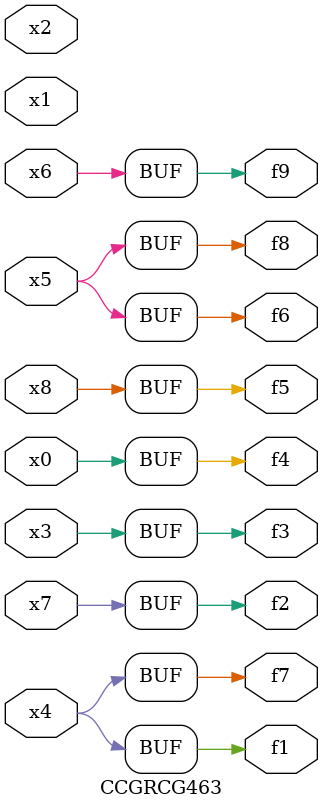
<source format=v>
module CCGRCG463(
	input x0, x1, x2, x3, x4, x5, x6, x7, x8,
	output f1, f2, f3, f4, f5, f6, f7, f8, f9
);
	assign f1 = x4;
	assign f2 = x7;
	assign f3 = x3;
	assign f4 = x0;
	assign f5 = x8;
	assign f6 = x5;
	assign f7 = x4;
	assign f8 = x5;
	assign f9 = x6;
endmodule

</source>
